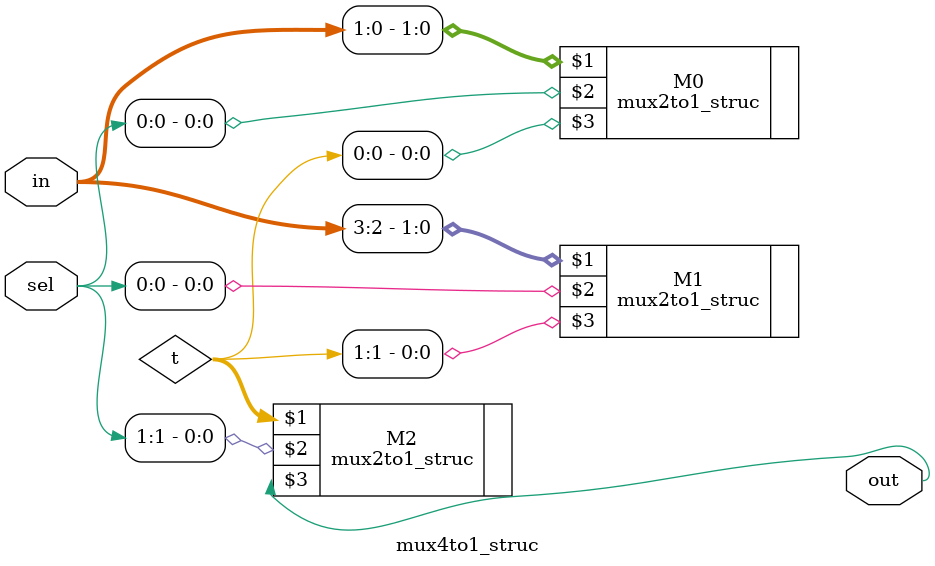
<source format=v>

module mux4to1_struc (in,sel,out);
input [3:0]in;
input [1:0]sel;
output out;

wire [1:0]t;

mux2to1_struc M0(in[1:0],sel[0],t[0]);
mux2to1_struc M1(in[3:2],sel[0],t[1]);
mux2to1_struc M2(t,sel[1],out);

endmodule

</source>
